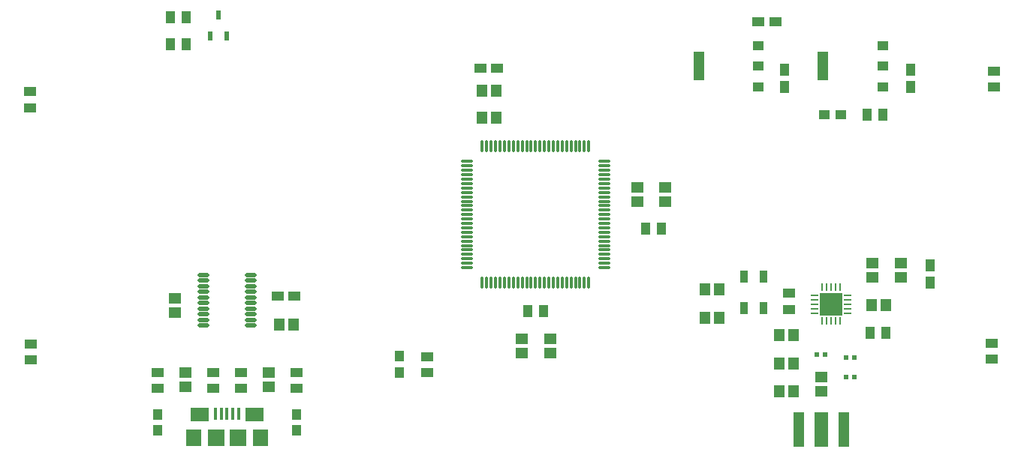
<source format=gtp>
G04 Layer_Color=8421504*
%FSLAX25Y25*%
%MOIN*%
G70*
G01*
G75*
%ADD10R,0.06299X0.15748*%
%ADD11R,0.05118X0.15748*%
%ADD12R,0.03740X0.05315*%
%ADD13R,0.04921X0.03937*%
%ADD14R,0.04921X0.12598*%
%ADD15R,0.05118X0.05709*%
%ADD16R,0.05709X0.05118*%
%ADD17R,0.02244X0.02441*%
%ADD18R,0.03937X0.05315*%
%ADD19R,0.05315X0.03937*%
%ADD20R,0.04134X0.05315*%
%ADD21R,0.01575X0.05315*%
%ADD22R,0.07480X0.07480*%
%ADD23R,0.07087X0.07480*%
%ADD24R,0.08268X0.06299*%
%ADD25R,0.04134X0.05118*%
%ADD26R,0.05315X0.04134*%
%ADD27O,0.05315X0.01772*%
%ADD28R,0.04449X0.05787*%
%ADD29R,0.05118X0.04134*%
%ADD30R,0.02362X0.03937*%
%ADD31O,0.01181X0.05709*%
%ADD32O,0.05709X0.01181*%
%ADD33R,0.10236X0.09843*%
%ADD34O,0.03347X0.00984*%
%ADD35O,0.00984X0.03347*%
D10*
X398800Y109274D02*
D03*
D11*
X388761D02*
D03*
X408839D02*
D03*
D12*
X364539Y177373D02*
D03*
X373200D02*
D03*
X364539Y163200D02*
D03*
X373200D02*
D03*
D13*
X426200Y261700D02*
D03*
Y270755D02*
D03*
Y279810D02*
D03*
X371000Y261700D02*
D03*
Y270755D02*
D03*
Y279810D02*
D03*
D14*
X399625Y270755D02*
D03*
X344425D02*
D03*
D15*
X386600Y126100D02*
D03*
X380301D02*
D03*
X386650Y138500D02*
D03*
X380350D02*
D03*
X386650Y151200D02*
D03*
X380350D02*
D03*
X353600Y158900D02*
D03*
X347301D02*
D03*
X353600Y171400D02*
D03*
X347301D02*
D03*
X421100Y164400D02*
D03*
X427399D02*
D03*
X158115Y155900D02*
D03*
X164414D02*
D03*
X248150Y247800D02*
D03*
X254450D02*
D03*
X248100Y259800D02*
D03*
X254399D02*
D03*
D16*
X398800Y126100D02*
D03*
Y132399D02*
D03*
X434100Y177000D02*
D03*
Y183299D02*
D03*
X421500Y176900D02*
D03*
Y183199D02*
D03*
X153515Y128200D02*
D03*
Y134499D02*
D03*
X116615Y128200D02*
D03*
Y134499D02*
D03*
X112015Y161250D02*
D03*
Y167550D02*
D03*
X278400Y149500D02*
D03*
Y143201D02*
D03*
X266000Y149500D02*
D03*
Y143201D02*
D03*
X329700Y216750D02*
D03*
Y210450D02*
D03*
X317300Y216750D02*
D03*
Y210450D02*
D03*
D17*
X413601Y132400D02*
D03*
X409900D02*
D03*
X409899Y141300D02*
D03*
X413600D02*
D03*
X400600Y142700D02*
D03*
X396899D02*
D03*
D18*
X420613Y152100D02*
D03*
X427700D02*
D03*
X116842Y280443D02*
D03*
X109756D02*
D03*
X419057Y249310D02*
D03*
X426143D02*
D03*
X109799Y292442D02*
D03*
X116886D02*
D03*
X327843Y198700D02*
D03*
X320757D02*
D03*
D19*
X384400Y162700D02*
D03*
Y169787D02*
D03*
X104215Y127600D02*
D03*
Y134687D02*
D03*
X165915Y127600D02*
D03*
Y134687D02*
D03*
X128915Y127600D02*
D03*
Y134687D02*
D03*
X141115Y127600D02*
D03*
Y134687D02*
D03*
X223800Y141600D02*
D03*
Y134513D02*
D03*
X47900Y147143D02*
D03*
Y140057D02*
D03*
X474400Y147587D02*
D03*
Y140500D02*
D03*
X47700Y252300D02*
D03*
Y259387D02*
D03*
X475400Y268543D02*
D03*
Y261457D02*
D03*
D20*
X447100Y174700D02*
D03*
Y182180D02*
D03*
X382400Y261710D02*
D03*
Y269191D02*
D03*
X438513Y261675D02*
D03*
Y269155D02*
D03*
D21*
X129921Y116232D02*
D03*
X132480D02*
D03*
X135039D02*
D03*
X137598D02*
D03*
X140157D02*
D03*
D22*
X130315Y105700D02*
D03*
X139764D02*
D03*
D23*
X150000D02*
D03*
X120079D02*
D03*
D24*
X122835Y115739D02*
D03*
X147244D02*
D03*
D25*
X104215Y108716D02*
D03*
Y116000D02*
D03*
X165915Y108716D02*
D03*
Y116000D02*
D03*
X211700Y134616D02*
D03*
Y141900D02*
D03*
D26*
X157515Y168500D02*
D03*
X164995D02*
D03*
X255040Y270000D02*
D03*
X247560D02*
D03*
X371000Y290710D02*
D03*
X378480D02*
D03*
D27*
X124484Y160450D02*
D03*
Y157950D02*
D03*
Y155450D02*
D03*
Y165450D02*
D03*
Y162950D02*
D03*
Y167950D02*
D03*
Y170450D02*
D03*
Y175450D02*
D03*
Y172950D02*
D03*
Y177950D02*
D03*
X145546Y155450D02*
D03*
Y160450D02*
D03*
Y157950D02*
D03*
Y162950D02*
D03*
Y165450D02*
D03*
Y170450D02*
D03*
Y167950D02*
D03*
Y177950D02*
D03*
Y172950D02*
D03*
Y175450D02*
D03*
D28*
X268500Y161800D02*
D03*
X275468D02*
D03*
D29*
X407400Y249310D02*
D03*
X400116D02*
D03*
D30*
X131243Y293567D02*
D03*
X134983Y284118D02*
D03*
X127502D02*
D03*
D31*
X254283Y235213D02*
D03*
X258221D02*
D03*
X256252D02*
D03*
X248378D02*
D03*
X252315D02*
D03*
X250346D02*
D03*
X264126D02*
D03*
X262158D02*
D03*
X266094D02*
D03*
X260189D02*
D03*
X275937D02*
D03*
X279874D02*
D03*
X277906D02*
D03*
X270031D02*
D03*
X268063D02*
D03*
X273969D02*
D03*
X272000D02*
D03*
X291685D02*
D03*
X289717D02*
D03*
X295622D02*
D03*
X293653D02*
D03*
X283811D02*
D03*
X281842D02*
D03*
X287748D02*
D03*
X285780D02*
D03*
X250346Y174387D02*
D03*
X248378D02*
D03*
X252315D02*
D03*
X256252D02*
D03*
X254283D02*
D03*
X258221D02*
D03*
X262158D02*
D03*
X260189D02*
D03*
X266094D02*
D03*
X264126D02*
D03*
X275937D02*
D03*
X279874D02*
D03*
X277906D02*
D03*
X270031D02*
D03*
X268063D02*
D03*
X273969D02*
D03*
X272000D02*
D03*
X291685D02*
D03*
X289717D02*
D03*
X295622D02*
D03*
X293653D02*
D03*
X283811D02*
D03*
X281842D02*
D03*
X287748D02*
D03*
X285780D02*
D03*
D32*
X241587Y228422D02*
D03*
Y226453D02*
D03*
Y218580D02*
D03*
Y216611D02*
D03*
Y224485D02*
D03*
Y220548D02*
D03*
Y222516D02*
D03*
Y214643D02*
D03*
Y208737D02*
D03*
Y206768D02*
D03*
Y212674D02*
D03*
Y210705D02*
D03*
X302413Y228422D02*
D03*
Y220548D02*
D03*
Y218580D02*
D03*
Y226453D02*
D03*
Y222516D02*
D03*
Y216611D02*
D03*
Y214643D02*
D03*
Y224485D02*
D03*
Y208737D02*
D03*
Y206768D02*
D03*
Y212674D02*
D03*
Y210705D02*
D03*
X241587Y200863D02*
D03*
Y204800D02*
D03*
Y202832D02*
D03*
Y194957D02*
D03*
Y192989D02*
D03*
Y198895D02*
D03*
Y196926D02*
D03*
Y187083D02*
D03*
Y191021D02*
D03*
Y189052D02*
D03*
Y185115D02*
D03*
Y183147D02*
D03*
Y181178D02*
D03*
X302413Y204800D02*
D03*
Y198895D02*
D03*
Y196926D02*
D03*
Y202832D02*
D03*
Y200863D02*
D03*
Y191021D02*
D03*
Y189052D02*
D03*
Y194957D02*
D03*
Y192989D02*
D03*
Y183147D02*
D03*
Y181178D02*
D03*
Y187083D02*
D03*
Y185115D02*
D03*
D33*
X403200Y164900D02*
D03*
D34*
X410680Y168837D02*
D03*
Y166868D02*
D03*
Y164900D02*
D03*
Y162932D02*
D03*
Y160963D02*
D03*
X395720D02*
D03*
Y162932D02*
D03*
Y164900D02*
D03*
Y166868D02*
D03*
Y168837D02*
D03*
D35*
X407137Y157420D02*
D03*
X405168D02*
D03*
X403200D02*
D03*
X401231D02*
D03*
X399263D02*
D03*
Y172380D02*
D03*
X401231D02*
D03*
X403200D02*
D03*
X405168D02*
D03*
X407137D02*
D03*
M02*

</source>
